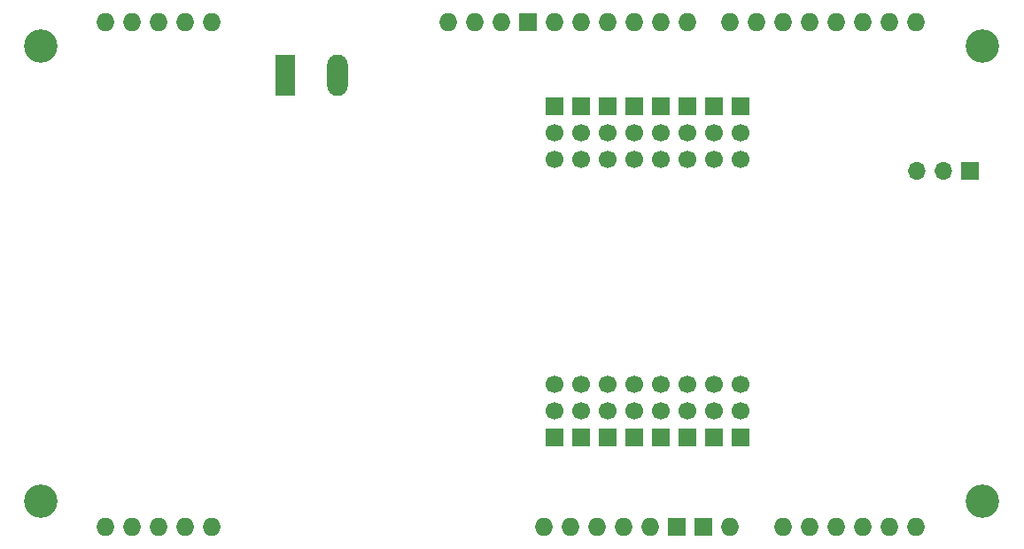
<source format=gbs>
%TF.GenerationSoftware,KiCad,Pcbnew,8.0.0*%
%TF.CreationDate,2024-05-08T19:08:40-04:00*%
%TF.ProjectId,16ChannelServoControllerDaughterboardDesign,31364368-616e-46e6-956c-536572766f43,rev?*%
%TF.SameCoordinates,Original*%
%TF.FileFunction,Soldermask,Bot*%
%TF.FilePolarity,Negative*%
%FSLAX46Y46*%
G04 Gerber Fmt 4.6, Leading zero omitted, Abs format (unit mm)*
G04 Created by KiCad (PCBNEW 8.0.0) date 2024-05-08 19:08:40*
%MOMM*%
%LPD*%
G01*
G04 APERTURE LIST*
%ADD10C,3.200000*%
%ADD11O,1.727200X1.727200*%
%ADD12R,1.727200X1.727200*%
%ADD13R,1.700000X1.700000*%
%ADD14C,1.700000*%
%ADD15O,1.700000X1.700000*%
%ADD16R,1.980000X3.960000*%
%ADD17O,1.980000X3.960000*%
G04 APERTURE END LIST*
D10*
%TO.C,J1*%
X88500000Y-77500000D03*
X88500000Y-121000000D03*
X178500000Y-77500000D03*
X178500000Y-121000000D03*
D11*
X94680000Y-123460000D03*
X172150000Y-123460000D03*
X167070000Y-75200000D03*
X164530000Y-75200000D03*
X161990000Y-75200000D03*
X159450000Y-75200000D03*
X156910000Y-75200000D03*
X154370000Y-75200000D03*
X150306000Y-75200000D03*
X147766000Y-75200000D03*
X145226000Y-75200000D03*
X142686000Y-75200000D03*
X140146000Y-75200000D03*
X137606000Y-75200000D03*
X159450000Y-123460000D03*
X161990000Y-123460000D03*
X164530000Y-123460000D03*
X167070000Y-123460000D03*
X169610000Y-123460000D03*
X102300000Y-75200000D03*
X154370000Y-123460000D03*
D12*
X151830000Y-123460000D03*
X149290000Y-123460000D03*
D11*
X146750000Y-123460000D03*
X144210000Y-123460000D03*
X141670000Y-123460000D03*
X139130000Y-123460000D03*
X136590000Y-123460000D03*
D12*
X135066000Y-75200000D03*
D11*
X132526000Y-75200000D03*
X104840000Y-123460000D03*
X102300000Y-123460000D03*
X99760000Y-123460000D03*
X97220000Y-123460000D03*
X97220000Y-75200000D03*
X172150000Y-75200000D03*
X169610000Y-75200000D03*
X94680000Y-75200000D03*
X99760000Y-75200000D03*
X104840000Y-75200000D03*
X129986000Y-75200000D03*
X127446000Y-75200000D03*
%TD*%
D13*
%TO.C,J3*%
X155340000Y-114880000D03*
X152800000Y-114880000D03*
X150260000Y-114880000D03*
X147720000Y-114880000D03*
X145180000Y-114880000D03*
X142640000Y-114880000D03*
X140100000Y-114880000D03*
X137560000Y-114880000D03*
D14*
X155340000Y-112340000D03*
X152800000Y-112340000D03*
X150260000Y-112340000D03*
X147720000Y-112340000D03*
X145180000Y-112340000D03*
X142640000Y-112340000D03*
X140100000Y-112340000D03*
X137560000Y-112340000D03*
X155340000Y-109800000D03*
X152800000Y-109800000D03*
X150260000Y-109800000D03*
X147720000Y-109800000D03*
X145180000Y-109800000D03*
X142640000Y-109800000D03*
X140100000Y-109800000D03*
X137560000Y-109800000D03*
%TD*%
D13*
%TO.C,J2*%
X137580000Y-83220000D03*
X140120000Y-83220000D03*
X142660000Y-83220000D03*
X145200000Y-83220000D03*
X147740000Y-83220000D03*
X150280000Y-83220000D03*
X152820000Y-83220000D03*
X155360000Y-83220000D03*
D14*
X137580000Y-85760000D03*
X140120000Y-85760000D03*
X142660000Y-85760000D03*
X145200000Y-85760000D03*
X147740000Y-85760000D03*
X150280000Y-85760000D03*
X152820000Y-85760000D03*
X155360000Y-85760000D03*
X137580000Y-88300000D03*
X140120000Y-88300000D03*
X142660000Y-88300000D03*
X145200000Y-88300000D03*
X147740000Y-88300000D03*
X150280000Y-88300000D03*
X152820000Y-88300000D03*
X155360000Y-88300000D03*
%TD*%
D13*
%TO.C,J4*%
X177275000Y-89395000D03*
D15*
X174735000Y-89395000D03*
X172195000Y-89395000D03*
%TD*%
D16*
%TO.C,J6*%
X111800000Y-80300000D03*
D17*
X116800000Y-80300000D03*
%TD*%
M02*

</source>
